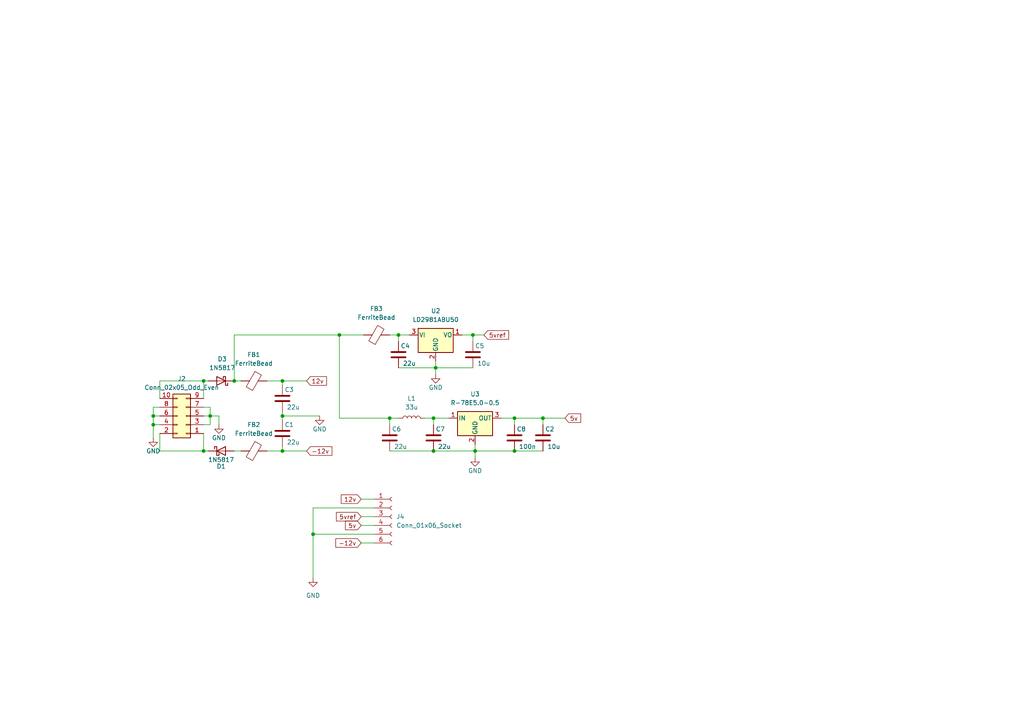
<source format=kicad_sch>
(kicad_sch (version 20230121) (generator eeschema)
  (paper "A4")
  (lib_symbols
    (symbol "Connector:Conn_01x06_Socket" (pin_names (offset 1.016) hide)
      (property "Reference" "J" (at 0 7.62 0))
      (property "Value" "Conn_01x06_Socket" (at 0 -10.16 0))
      (symbol "Conn_01x06_Socket_1_1"
        (arc (start 0 -7.112) (mid -0.5058 -7.62) (end 0 -8.128) (stroke (width 0.1524)))
        (arc (start 0 -4.572) (mid -0.5058 -5.08) (end 0 -5.588) (stroke (width 0.1524)))
        (arc (start 0 -2.032) (mid -0.5058 -2.54) (end 0 -3.048) (stroke (width 0.1524)))
        (polyline (pts (xy -1.27 -7.62) (xy -0.508 -7.62)) (stroke (width 0.1524)))
        (polyline (pts (xy -1.27 -5.08) (xy -0.508 -5.08)) (stroke (width 0.1524)))
        (polyline (pts (xy -1.27 -2.54) (xy -0.508 -2.54)) (stroke (width 0.1524)))
        (polyline (pts (xy -1.27 0) (xy -0.508 0)) (stroke (width 0.1524)))
        (polyline (pts (xy -1.27 2.54) (xy -0.508 2.54)) (stroke (width 0.1524)))
        (polyline (pts (xy -1.27 5.08) (xy -0.508 5.08)) (stroke (width 0.1524)))
        (arc (start 0 0.508) (mid -0.5058 0) (end 0 -0.508) (stroke (width 0.1524)))
        (arc (start 0 3.048) (mid -0.5058 2.54) (end 0 2.032) (stroke (width 0.1524)))
        (arc (start 0 5.588) (mid -0.5058 5.08) (end 0 4.572) (stroke (width 0.1524)))
        (pin passive line (at -5.08 5.08 0) (length 3.81) (name "Pin_1") (number "1"))
        (pin passive line (at -5.08 2.54 0) (length 3.81) (name "Pin_2") (number "2"))
        (pin passive line (at -5.08 0 0) (length 3.81) (name "Pin_3") (number "3"))
        (pin passive line (at -5.08 -2.54 0) (length 3.81) (name "Pin_4") (number "4"))
        (pin passive line (at -5.08 -5.08 0) (length 3.81) (name "Pin_5") (number "5"))
        (pin passive line (at -5.08 -7.62 0) (length 3.81) (name "Pin_6") (number "6"))
      )
    )
    (symbol "Connector_Generic:Conn_02x05_Odd_Even" (pin_names (offset 1.016) hide)
      (property "Reference" "J" (at 1.27 7.62 0))
      (property "Value" "Conn_02x05_Odd_Even" (at 1.27 -7.62 0))
      (symbol "Conn_02x05_Odd_Even_1_1"
        (rectangle (start -1.27 -4.953) (end 0 -5.207) (stroke (width 0.1524)))
        (rectangle (start -1.27 -2.413) (end 0 -2.667) (stroke (width 0.1524)))
        (rectangle (start -1.27 0.127) (end 0 -0.127) (stroke (width 0.1524)))
        (rectangle (start -1.27 2.667) (end 0 2.413) (stroke (width 0.1524)))
        (rectangle (start -1.27 5.207) (end 0 4.953) (stroke (width 0.1524)))
        (rectangle (start -1.27 6.35) (end 3.81 -6.35) (stroke (width 0.254)) (fill (type background)))
        (rectangle (start 3.81 -4.953) (end 2.54 -5.207) (stroke (width 0.1524)))
        (rectangle (start 3.81 -2.413) (end 2.54 -2.667) (stroke (width 0.1524)))
        (rectangle (start 3.81 0.127) (end 2.54 -0.127) (stroke (width 0.1524)))
        (rectangle (start 3.81 2.667) (end 2.54 2.413) (stroke (width 0.1524)))
        (rectangle (start 3.81 5.207) (end 2.54 4.953) (stroke (width 0.1524)))
        (pin passive line (at -5.08 5.08 0) (length 3.81) (name "Pin_1") (number "1"))
        (pin passive line (at 7.62 -5.08 180) (length 3.81) (name "Pin_10") (number "10"))
        (pin passive line (at 7.62 5.08 180) (length 3.81) (name "Pin_2") (number "2"))
        (pin passive line (at -5.08 2.54 0) (length 3.81) (name "Pin_3") (number "3"))
        (pin passive line (at 7.62 2.54 180) (length 3.81) (name "Pin_4") (number "4"))
        (pin passive line (at -5.08 0 0) (length 3.81) (name "Pin_5") (number "5"))
        (pin passive line (at 7.62 0 180) (length 3.81) (name "Pin_6") (number "6"))
        (pin passive line (at -5.08 -2.54 0) (length 3.81) (name "Pin_7") (number "7"))
        (pin passive line (at 7.62 -2.54 180) (length 3.81) (name "Pin_8") (number "8"))
        (pin passive line (at -5.08 -5.08 0) (length 3.81) (name "Pin_9") (number "9"))
      )
    )
    (symbol "Device:C" (pin_numbers hide) (pin_names (offset 0.254))
      (property "Reference" "C" (at 0.635 2.54 0))
      (property "Value" "C" (at 0.635 -2.54 0))
      (symbol "C_0_1"
        (polyline (pts (xy -2.032 -0.762) (xy 2.032 -0.762)) (stroke (width 0.508)))
        (polyline (pts (xy -2.032 0.762) (xy 2.032 0.762)) (stroke (width 0.508)))
      )
      (symbol "C_1_1"
        (pin passive line (at 0 3.81 270) (length 2.794) (name "~") (number "1"))
        (pin passive line (at 0 -3.81 90) (length 2.794) (name "~") (number "2"))
      )
    )
    (symbol "Device:FerriteBead" (pin_numbers hide) (pin_names (offset 0))
      (property "Reference" "FB" (at -3.81 0.635 90))
      (property "Value" "FerriteBead" (at 3.81 0 90))
      (symbol "FerriteBead_0_1"
        (polyline (pts (xy 0 -1.27) (xy 0 -1.2192)))
        (polyline (pts (xy 0 1.27) (xy 0 1.2954)))
        (polyline (pts (xy -2.7686 0.4064) (xy -1.7018 2.2606) (xy 2.7686 -0.3048) (xy 1.6764 -2.159) (xy -2.7686 0.4064)))
      )
      (symbol "FerriteBead_1_1"
        (pin passive line (at 0 3.81 270) (length 2.54) (name "~") (number "1"))
        (pin passive line (at 0 -3.81 90) (length 2.54) (name "~") (number "2"))
      )
    )
    (symbol "Device:L" (pin_numbers hide) (pin_names (offset 1.016) hide)
      (property "Reference" "L" (at -1.27 0 90))
      (property "Value" "L" (at 1.905 0 90))
      (symbol "L_0_1"
        (arc (start 0 -2.54) (mid 0.6323 -1.905) (end 0 -1.27))
        (arc (start 0 -1.27) (mid 0.6323 -0.635) (end 0 0))
        (arc (start 0 0) (mid 0.6323 0.635) (end 0 1.27))
        (arc (start 0 1.27) (mid 0.6323 1.905) (end 0 2.54))
      )
      (symbol "L_1_1"
        (pin passive line (at 0 3.81 270) (length 1.27) (name "1") (number "1"))
        (pin passive line (at 0 -3.81 90) (length 1.27) (name "2") (number "2"))
      )
    )
    (symbol "Diode:1N5817" (pin_numbers hide) (pin_names (offset 1.016) hide)
      (property "Reference" "D" (at 0 2.54 0))
      (property "Value" "1N5817" (at 0 -2.54 0))
      (symbol "1N5817_0_1"
        (polyline (pts (xy 1.27 0) (xy -1.27 0)))
        (polyline (pts (xy 1.27 1.27) (xy 1.27 -1.27) (xy -1.27 0) (xy 1.27 1.27)) (stroke (width 0.254)))
        (polyline (pts (xy -1.905 0.635) (xy -1.905 1.27) (xy -1.27 1.27) (xy -1.27 -1.27) (xy -0.635 -1.27) (xy -0.635 -0.635)) (stroke (width 0.254)))
      )
      (symbol "1N5817_1_1"
        (pin passive line (at -3.81 0 0) (length 2.54) (name "K") (number "1"))
        (pin passive line (at 3.81 0 180) (length 2.54) (name "A") (number "2"))
      )
    )
    (symbol "PCM_4ms_Power-symbol:GND" (power) (pin_names (offset 0))
      (property "Value" "GND" (at 0 -3.81 0))
      (symbol "GND_0_1"
        (polyline (pts (xy 0 0) (xy 0 -1.27) (xy 1.27 -1.27) (xy 0 -2.54) (xy -1.27 -1.27) (xy 0 -1.27)))
      )
      (symbol "GND_1_1"
        (pin power_in line (at 0 0 270) (length 0) hide (name "GND") (number "1"))
      )
    )
    (symbol "Regulator_Linear:AP130-33Y" (pin_names (offset 0.254))
      (property "Reference" "U" (at -3.81 3.175 0))
      (property "Value" "AP130-33Y" (at 0 3.175 0))
      (symbol "AP130-33Y_0_1"
        (rectangle (start -5.08 1.905) (end 5.08 -5.08) (stroke (width 0.254)) (fill (type background)))
      )
      (symbol "AP130-33Y_1_1"
        (pin power_out line (at 7.62 0 180) (length 2.54) (name "VO") (number "1"))
        (pin power_in line (at 0 -7.62 90) (length 2.54) (name "GND") (number "2"))
        (pin power_in line (at -7.62 0 0) (length 2.54) (name "VI") (number "3"))
      )
    )
    (symbol "Regulator_Switching:R-78E3.3-0.5" (pin_names (offset 0.254))
      (property "Reference" "U" (at -3.81 3.175 0))
      (property "Value" "R-78E3.3-0.5" (at 0 3.175 0))
      (symbol "R-78E3.3-0.5_0_1"
        (rectangle (start -5.08 1.905) (end 5.08 -5.08) (stroke (width 0.254)) (fill (type background)))
      )
      (symbol "R-78E3.3-0.5_1_1"
        (pin power_in line (at -7.62 0 0) (length 2.54) (name "IN") (number "1"))
        (pin power_in line (at 0 -7.62 90) (length 2.54) (name "GND") (number "2"))
        (pin power_out line (at 7.62 0 180) (length 2.54) (name "OUT") (number "3"))
      )
    )
    (symbol "power:GND" (power) (pin_names (offset 0))
      (property "Value" "GND" (at 0 -3.81 0))
      (symbol "GND_0_1"
        (polyline (pts (xy 0 0) (xy 0 -1.27) (xy 1.27 -1.27) (xy 0 -2.54) (xy -1.27 -1.27) (xy 0 -1.27)))
      )
      (symbol "GND_1_1"
        (pin power_in line (at 0 0 270) (length 0) hide (name "GND") (number "1"))
      )
    )
  )
  (junction (at 44.45 123.19))
  (junction (at 98.425 97.155))
  (junction (at 149.225 121.285))
  (junction (at 137.16 97.155))
  (junction (at 90.805 154.94))
  (junction (at 60.96 120.65))
  (junction (at 81.915 130.81))
  (junction (at 81.915 110.49))
  (junction (at 125.73 130.81))
  (junction (at 137.795 130.81))
  (junction (at 125.73 121.285))
  (junction (at 115.57 97.155))
  (junction (at 67.945 110.49))
  (junction (at 81.915 120.65))
  (junction (at 149.225 130.81))
  (junction (at 157.48 121.285))
  (junction (at 126.365 106.68))
  (junction (at 59.055 130.81))
  (junction (at 44.45 120.65))
  (junction (at 59.055 110.49))
  (junction (at 113.03 121.285))
  (wire (pts (xy 126.365 104.775) (xy 126.365 106.68)))
  (wire (pts (xy 59.055 130.81) (xy 60.325 130.81)))
  (wire (pts (xy 46.355 115.57) (xy 46.355 110.49)))
  (wire (pts (xy 98.425 97.155) (xy 98.425 121.285)))
  (wire (pts (xy 81.915 119.38) (xy 81.915 120.65)))
  (wire (pts (xy 67.945 97.155) (xy 67.945 110.49)))
  (wire (pts (xy 125.73 121.285) (xy 130.175 121.285)))
  (wire (pts (xy 123.19 121.285) (xy 125.73 121.285)))
  (wire (pts (xy 46.355 110.49) (xy 59.055 110.49)))
  (wire (pts (xy 125.73 130.81) (xy 137.795 130.81)))
  (wire (pts (xy 60.325 110.49) (xy 59.055 110.49)))
  (wire (pts (xy 67.945 110.49) (xy 69.85 110.49)))
  (wire (pts (xy 46.355 125.73) (xy 46.355 130.81)))
  (wire (pts (xy 149.225 130.81) (xy 157.48 130.81)))
  (wire (pts (xy 81.915 130.81) (xy 88.9 130.81)))
  (wire (pts (xy 104.775 152.4) (xy 108.585 152.4)))
  (wire (pts (xy 113.03 97.155) (xy 115.57 97.155)))
  (wire (pts (xy 137.795 130.81) (xy 149.225 130.81)))
  (wire (pts (xy 60.96 120.65) (xy 60.96 118.11)))
  (wire (pts (xy 133.985 97.155) (xy 137.16 97.155)))
  (wire (pts (xy 115.57 97.155) (xy 115.57 99.06)))
  (wire (pts (xy 113.03 121.285) (xy 113.03 123.19)))
  (wire (pts (xy 113.03 130.81) (xy 125.73 130.81)))
  (wire (pts (xy 77.47 110.49) (xy 81.915 110.49)))
  (wire (pts (xy 63.5 123.19) (xy 63.5 120.65)))
  (wire (pts (xy 60.96 120.65) (xy 60.96 123.19)))
  (wire (pts (xy 115.57 97.155) (xy 118.745 97.155)))
  (wire (pts (xy 105.41 97.155) (xy 98.425 97.155)))
  (wire (pts (xy 126.365 106.68) (xy 126.365 108.585)))
  (wire (pts (xy 125.73 121.285) (xy 125.73 123.19)))
  (wire (pts (xy 90.805 154.94) (xy 90.805 167.64)))
  (wire (pts (xy 126.365 106.68) (xy 137.16 106.68)))
  (wire (pts (xy 113.03 121.285) (xy 115.57 121.285)))
  (wire (pts (xy 44.45 118.11) (xy 46.355 118.11)))
  (wire (pts (xy 104.775 149.86) (xy 108.585 149.86)))
  (wire (pts (xy 98.425 121.285) (xy 113.03 121.285)))
  (wire (pts (xy 59.055 110.49) (xy 59.055 115.57)))
  (wire (pts (xy 137.16 97.155) (xy 140.335 97.155)))
  (wire (pts (xy 81.915 110.49) (xy 81.915 111.76)))
  (wire (pts (xy 59.055 118.11) (xy 60.96 118.11)))
  (wire (pts (xy 59.055 130.81) (xy 46.355 130.81)))
  (wire (pts (xy 137.16 97.155) (xy 137.16 99.06)))
  (wire (pts (xy 59.055 120.65) (xy 60.96 120.65)))
  (wire (pts (xy 44.45 120.65) (xy 44.45 123.19)))
  (wire (pts (xy 77.47 130.81) (xy 81.915 130.81)))
  (wire (pts (xy 59.055 125.73) (xy 59.055 130.81)))
  (wire (pts (xy 149.225 121.285) (xy 157.48 121.285)))
  (wire (pts (xy 104.775 144.78) (xy 108.585 144.78)))
  (wire (pts (xy 67.945 130.81) (xy 69.85 130.81)))
  (wire (pts (xy 145.415 121.285) (xy 149.225 121.285)))
  (wire (pts (xy 81.915 129.54) (xy 81.915 130.81)))
  (wire (pts (xy 149.225 121.285) (xy 149.225 123.19)))
  (wire (pts (xy 44.45 118.11) (xy 44.45 120.65)))
  (wire (pts (xy 157.48 121.285) (xy 157.48 123.19)))
  (wire (pts (xy 115.57 106.68) (xy 126.365 106.68)))
  (wire (pts (xy 81.915 110.49) (xy 88.9 110.49)))
  (wire (pts (xy 81.915 120.65) (xy 92.71 120.65)))
  (wire (pts (xy 104.775 157.48) (xy 108.585 157.48)))
  (wire (pts (xy 63.5 120.65) (xy 60.96 120.65)))
  (wire (pts (xy 81.915 120.65) (xy 81.915 121.92)))
  (wire (pts (xy 108.585 147.32) (xy 90.805 147.32)))
  (wire (pts (xy 44.45 120.65) (xy 46.355 120.65)))
  (wire (pts (xy 90.805 147.32) (xy 90.805 154.94)))
  (wire (pts (xy 137.795 128.905) (xy 137.795 130.81)))
  (wire (pts (xy 98.425 97.155) (xy 67.945 97.155)))
  (wire (pts (xy 137.795 130.81) (xy 137.795 132.715)))
  (wire (pts (xy 44.45 123.19) (xy 44.45 127)))
  (wire (pts (xy 44.45 123.19) (xy 46.355 123.19)))
  (wire (pts (xy 59.055 123.19) (xy 60.96 123.19)))
  (wire (pts (xy 163.83 121.285) (xy 157.48 121.285)))
  (wire (pts (xy 90.805 154.94) (xy 108.585 154.94)))
  (global_label "-12v" (shape input) (at 104.775 157.48 180) (property "Intersheetrefs" "${INTERSHEET_REFS}" (effects hide)))
  (global_label "5vref" (shape input) (at 140.335 97.155 0) (property "Intersheetrefs" "${INTERSHEET_REFS}" (effects hide)))
  (global_label "-12v" (shape input) (at 88.9 130.81 0) (property "Intersheetrefs" "${INTERSHEET_REFS}" (effects hide)))
  (global_label "5v" (shape input) (at 163.83 121.285 0) (property "Intersheetrefs" "${INTERSHEET_REFS}" (effects hide)))
  (global_label "12v" (shape input) (at 104.775 144.78 180) (property "Intersheetrefs" "${INTERSHEET_REFS}" (effects hide)))
  (global_label "5v" (shape input) (at 104.775 152.4 180) (property "Intersheetrefs" "${INTERSHEET_REFS}" (effects hide)))
  (global_label "12v" (shape input) (at 88.9 110.49 0) (property "Intersheetrefs" "${INTERSHEET_REFS}" (effects hide)))
  (global_label "5vref" (shape input) (at 104.775 149.86 180) (property "Intersheetrefs" "${INTERSHEET_REFS}" (effects hide)))
  (symbol (lib_id "Device:C") (at 115.57 102.87 180) (unit 1)
    (property "Reference" "C4" (at 116.205 100.33 0) (effects (justify right)))
    (property "Value" "22u" (at 116.84 105.41 0) (effects (justify right)))
    (property "Footprint" "Capacitor_SMD:C_1206_3216Metric_Pad1.33x1.80mm_HandSolder" (effects hide))
  )
  (symbol (lib_id "Regulator_Switching:R-78E3.3-0.5") (at 137.795 121.285 0) (unit 1)
    (property "Reference" "U3" (at 137.795 114.3 0))
    (property "Value" "R-78E5.0-0.5" (at 137.795 116.84 0))
    (property "Footprint" "Converter_DCDC:Converter_DCDC_RECOM_R-78E-0.5_THT" (effects hide))
    (property "Datasheet" "https://www.recom-power.com/pdf/Innoline/R-78Exx-0.5.pdf" (effects hide))
  )
  (symbol (lib_id "power:GND") (at 44.45 127 0) (unit 1)
    (property "Reference" "#PWR06" (effects hide))
    (property "Value" "GND" (at 44.45 130.81 0))
  )
  (symbol (lib_id "Device:C") (at 137.16 102.87 180) (unit 1)
    (property "Reference" "C5" (at 137.795 100.33 0) (effects (justify right)))
    (property "Value" "10u" (at 138.43 105.41 0) (effects (justify right)))
    (property "Footprint" "Capacitor_SMD:C_1206_3216Metric_Pad1.33x1.80mm_HandSolder" (effects hide))
  )
  (symbol (lib_id "PCM_4ms_Power-symbol:GND") (at 90.805 167.64 0) (unit 1)
    (property "Reference" "#PWR011" (effects hide))
    (property "Value" "GND" (at 90.805 172.72 0))
  )
  (symbol (lib_id "Device:C") (at 113.03 127 180) (unit 1)
    (property "Reference" "C6" (at 113.665 124.46 0) (effects (justify right)))
    (property "Value" "22u" (at 114.3 129.54 0) (effects (justify right)))
    (property "Footprint" "Capacitor_SMD:C_1206_3216Metric_Pad1.33x1.80mm_HandSolder" (effects hide))
  )
  (symbol (lib_id "Diode:1N5817") (at 64.135 130.81 0) (unit 1)
    (property "Reference" "D1" (at 64.135 135.255 0))
    (property "Value" "1N5817" (at 64.135 133.35 0))
    (property "Footprint" "Diode_SMD:D_SOD-323_HandSoldering" (effects hide))
    (property "Datasheet" "http://www.vishay.com/docs/88525/1n5817.pdf" (effects hide))
  )
  (symbol (lib_id "Diode:1N5817") (at 64.135 110.49 180) (unit 1)
    (property "Reference" "D3" (at 64.4525 104.14 0))
    (property "Value" "1N5817" (at 64.4525 106.68 0))
    (property "Footprint" "Diode_SMD:D_SOD-323_HandSoldering" (effects hide))
    (property "Datasheet" "http://www.vishay.com/docs/88525/1n5817.pdf" (effects hide))
  )
  (symbol (lib_id "Device:C") (at 81.915 125.73 180) (unit 1)
    (property "Reference" "C1" (at 82.55 123.19 0) (effects (justify right)))
    (property "Value" "22u" (at 83.185 128.27 0) (effects (justify right)))
    (property "Footprint" "Capacitor_SMD:C_1206_3216Metric_Pad1.33x1.80mm_HandSolder" (effects hide))
  )
  (symbol (lib_id "Device:C") (at 157.48 127 180) (unit 1)
    (property "Reference" "C2" (at 158.115 124.46 0) (effects (justify right)))
    (property "Value" "10u" (at 158.75 129.54 0) (effects (justify right)))
    (property "Footprint" "Capacitor_SMD:C_1206_3216Metric_Pad1.33x1.80mm_HandSolder" (effects hide))
  )
  (symbol (lib_id "Connector_Generic:Conn_02x05_Odd_Even") (at 53.975 120.65 180) (unit 1)
    (property "Reference" "J2" (at 52.705 109.855 0))
    (property "Value" "Conn_02x05_Odd_Even" (at 52.705 112.395 0))
    (property "Footprint" "Connector_IDC:IDC-Header_2x05_P2.54mm_Vertical" (effects hide))
  )
  (symbol (lib_id "Device:L") (at 119.38 121.285 90) (unit 1)
    (property "Reference" "L1" (at 119.38 115.57 90))
    (property "Value" "33u" (at 119.38 118.11 90))
    (property "Footprint" "Inductor_SMD:L_0805_2012Metric_Pad1.15x1.40mm_HandSolder" (effects hide))
  )
  (symbol (lib_id "power:GND") (at 126.365 108.585 0) (unit 1)
    (property "Reference" "#PWR08" (effects hide))
    (property "Value" "GND" (at 126.365 112.395 0))
  )
  (symbol (lib_id "Device:C") (at 125.73 127 180) (unit 1)
    (property "Reference" "C7" (at 126.365 124.46 0) (effects (justify right)))
    (property "Value" "22u" (at 127 129.54 0) (effects (justify right)))
    (property "Footprint" "Capacitor_SMD:C_1206_3216Metric_Pad1.33x1.80mm_HandSolder" (effects hide))
  )
  (symbol (lib_id "Device:FerriteBead") (at 73.66 130.81 90) (unit 1)
    (property "Reference" "FB2" (at 73.6092 123.19 90))
    (property "Value" "FerriteBead" (at 73.6092 125.73 90))
    (property "Footprint" "Inductor_SMD:L_1206_3216Metric_Pad1.42x1.75mm_HandSolder" (effects hide))
  )
  (symbol (lib_id "power:GND") (at 92.71 120.65 0) (unit 1)
    (property "Reference" "#PWR01" (effects hide))
    (property "Value" "GND" (at 92.71 124.46 0))
  )
  (symbol (lib_id "power:GND") (at 63.5 123.19 0) (unit 1)
    (property "Reference" "#PWR07" (effects hide))
    (property "Value" "GND" (at 63.5 127 0))
  )
  (symbol (lib_id "Connector:Conn_01x06_Socket") (at 113.665 149.86 0) (unit 1)
    (property "Reference" "J4" (at 114.935 149.86 0) (effects (justify left)))
    (property "Value" "Conn_01x06_Socket" (at 114.935 152.4 0) (effects (justify left)))
    (property "Footprint" "Connector_PinSocket_2.54mm:PinSocket_1x06_P2.54mm_Vertical" (effects hide))
  )
  (symbol (lib_id "Device:FerriteBead") (at 109.22 97.155 90) (unit 1)
    (property "Reference" "FB3" (at 109.1692 89.535 90))
    (property "Value" "FerriteBead" (at 109.1692 92.075 90))
    (property "Footprint" "Inductor_SMD:L_1206_3216Metric_Pad1.42x1.75mm_HandSolder" (effects hide))
  )
  (symbol (lib_id "Device:C") (at 149.225 127 180) (unit 1)
    (property "Reference" "C8" (at 149.86 124.46 0) (effects (justify right)))
    (property "Value" "100n" (at 150.495 129.54 0) (effects (justify right)))
    (property "Footprint" "Capacitor_SMD:C_1206_3216Metric_Pad1.33x1.80mm_HandSolder" (effects hide))
  )
  (symbol (lib_id "Regulator_Linear:AP130-33Y") (at 126.365 97.155 0) (unit 1)
    (property "Reference" "U2" (at 126.365 90.17 0))
    (property "Value" "LD2981ABU50" (at 126.365 92.71 0))
    (property "Footprint" "Package_TO_SOT_SMD:SOT-89-3" (effects hide))
    (property "Datasheet" "https://www.st.com/content/ccc/resource/technical/document/datasheet/group1/b7/b5/a1/83/9c/bd/4a/90/CD00001635/files/CD00001635.pdf/jcr:content/translations/en.CD00001635.pdf" (effects hide))
  )
  (symbol (lib_id "Device:FerriteBead") (at 73.66 110.49 90) (unit 1)
    (property "Reference" "FB1" (at 73.6092 102.87 90))
    (property "Value" "FerriteBead" (at 73.6092 105.41 90))
    (property "Footprint" "Inductor_SMD:L_1206_3216Metric_Pad1.42x1.75mm_HandSolder" (effects hide))
  )
  (symbol (lib_id "Device:C") (at 81.915 115.57 180) (unit 1)
    (property "Reference" "C3" (at 82.55 113.03 0) (effects (justify right)))
    (property "Value" "22u" (at 83.185 118.11 0) (effects (justify right)))
    (property "Footprint" "Capacitor_SMD:C_1206_3216Metric_Pad1.33x1.80mm_HandSolder" (effects hide))
  )
  (symbol (lib_id "power:GND") (at 137.795 132.715 0) (unit 1)
    (property "Reference" "#PWR09" (effects hide))
    (property "Value" "GND" (at 137.795 136.525 0))
  )
)
</source>
